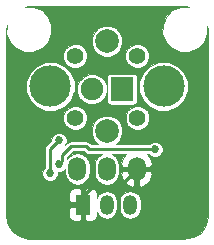
<source format=gbl>
%TF.GenerationSoftware,KiCad,Pcbnew,4.0.7-e2-6376~58~ubuntu16.04.1*%
%TF.CreationDate,2018-01-20T15:47:02+01:00*%
%TF.ProjectId,BasicModule,42617369634D6F64756C652E6B696361,rev?*%
%TF.FileFunction,Copper,L2,Bot,Signal*%
%FSLAX46Y46*%
G04 Gerber Fmt 4.6, Leading zero omitted, Abs format (unit mm)*
G04 Created by KiCad (PCBNEW 4.0.7-e2-6376~58~ubuntu16.04.1) date Sat Jan 20 15:47:02 2018*
%MOMM*%
%LPD*%
G01*
G04 APERTURE LIST*
%ADD10C,0.100000*%
%ADD11R,1.200000X1.700000*%
%ADD12O,1.200000X1.700000*%
%ADD13C,1.407160*%
%ADD14C,2.000000*%
%ADD15O,1.500000X2.000000*%
%ADD16C,3.500000*%
%ADD17R,1.900000X2.000000*%
%ADD18C,1.900000*%
%ADD19C,0.685800*%
%ADD20C,0.254000*%
G04 APERTURE END LIST*
D10*
D11*
X6985000Y-17145000D03*
D12*
X8985000Y-17145000D03*
X10985000Y-17145000D03*
D13*
X6334760Y-9794240D03*
X6329680Y-4538980D03*
X11590020Y-4551680D03*
X11595100Y-9806940D03*
D14*
X9017000Y-10911840D03*
X9017000Y-3312160D03*
D15*
X6517000Y-14112000D03*
X9017000Y-14112000D03*
X11517000Y-14112000D03*
D16*
X4217000Y-7112000D03*
X13817000Y-7112000D03*
D17*
X10287000Y-7366000D03*
D18*
X7747000Y-7366000D03*
D19*
X13081000Y-12446000D03*
X4953000Y-13716000D03*
X4191000Y-14478000D03*
X4953000Y-11684000D03*
D20*
X6985000Y-17145000D02*
X6985000Y-16383000D01*
X6985000Y-16383000D02*
X7747000Y-15621000D01*
X7747000Y-15621000D02*
X10008000Y-15621000D01*
X10008000Y-15621000D02*
X11517000Y-14112000D01*
X7493000Y-12446000D02*
X13081000Y-12446000D01*
X7239000Y-12192000D02*
X7493000Y-12446000D01*
X5969000Y-12192000D02*
X7239000Y-12192000D01*
X5207000Y-12954000D02*
X5969000Y-12192000D01*
X5207000Y-13462000D02*
X5207000Y-12954000D01*
X4953000Y-13716000D02*
X5207000Y-13462000D01*
X4191000Y-12446000D02*
X4191000Y-14478000D01*
X4953000Y-11684000D02*
X4191000Y-12446000D01*
D10*
G36*
X15935874Y-382274D02*
X15243932Y-381670D01*
X14543879Y-670926D01*
X14007808Y-1206062D01*
X13717331Y-1905609D01*
X13716670Y-2663068D01*
X14005926Y-3363121D01*
X14541062Y-3899192D01*
X15240609Y-4189669D01*
X15998068Y-4190330D01*
X16698121Y-3901074D01*
X17234192Y-3365938D01*
X17524669Y-2666391D01*
X17525273Y-1973877D01*
X17593500Y-2316876D01*
X17593500Y-18121314D01*
X17396318Y-18887633D01*
X16934509Y-19502038D01*
X16272728Y-19892949D01*
X15471888Y-20006500D01*
X2325686Y-20006500D01*
X1559367Y-19809318D01*
X944962Y-19347509D01*
X554051Y-18685728D01*
X440500Y-17884888D01*
X440500Y-17488500D01*
X5827000Y-17488500D01*
X5827000Y-18105993D01*
X5911951Y-18311082D01*
X6068918Y-18468050D01*
X6274007Y-18553000D01*
X6641500Y-18553000D01*
X6781000Y-18413500D01*
X6781000Y-17349000D01*
X5966500Y-17349000D01*
X5827000Y-17488500D01*
X440500Y-17488500D01*
X440500Y-16184007D01*
X5827000Y-16184007D01*
X5827000Y-16801500D01*
X5966500Y-16941000D01*
X6781000Y-16941000D01*
X6781000Y-15876500D01*
X7189000Y-15876500D01*
X7189000Y-16941000D01*
X7209000Y-16941000D01*
X7209000Y-17349000D01*
X7189000Y-17349000D01*
X7189000Y-18413500D01*
X7328500Y-18553000D01*
X7695993Y-18553000D01*
X7901082Y-18468050D01*
X8058049Y-18311082D01*
X8143000Y-18105993D01*
X8143000Y-17729303D01*
X8149813Y-17763554D01*
X8345775Y-18056833D01*
X8639054Y-18252795D01*
X8985000Y-18321608D01*
X9330946Y-18252795D01*
X9624225Y-18056833D01*
X9820187Y-17763554D01*
X9889000Y-17417608D01*
X9889000Y-16872392D01*
X10081000Y-16872392D01*
X10081000Y-17417608D01*
X10149813Y-17763554D01*
X10345775Y-18056833D01*
X10639054Y-18252795D01*
X10985000Y-18321608D01*
X11330946Y-18252795D01*
X11624225Y-18056833D01*
X11820187Y-17763554D01*
X11889000Y-17417608D01*
X11889000Y-16872392D01*
X11820187Y-16526446D01*
X11624225Y-16233167D01*
X11330946Y-16037205D01*
X10985000Y-15968392D01*
X10639054Y-16037205D01*
X10345775Y-16233167D01*
X10149813Y-16526446D01*
X10081000Y-16872392D01*
X9889000Y-16872392D01*
X9820187Y-16526446D01*
X9624225Y-16233167D01*
X9330946Y-16037205D01*
X8985000Y-15968392D01*
X8639054Y-16037205D01*
X8345775Y-16233167D01*
X8149813Y-16526446D01*
X8143000Y-16560697D01*
X8143000Y-16184007D01*
X8058049Y-15978918D01*
X7901082Y-15821950D01*
X7695993Y-15737000D01*
X7328500Y-15737000D01*
X7189000Y-15876500D01*
X6781000Y-15876500D01*
X6641500Y-15737000D01*
X6274007Y-15737000D01*
X6068918Y-15821950D01*
X5911951Y-15978918D01*
X5827000Y-16184007D01*
X440500Y-16184007D01*
X440500Y-14606112D01*
X3543987Y-14606112D01*
X3642265Y-14843961D01*
X3824082Y-15026096D01*
X4061759Y-15124788D01*
X4319112Y-15125013D01*
X4556961Y-15026735D01*
X4739096Y-14844918D01*
X4837788Y-14607241D01*
X4838002Y-14362800D01*
X5081112Y-14363013D01*
X5318961Y-14264735D01*
X5463000Y-14120947D01*
X5463000Y-14387547D01*
X5543231Y-14790895D01*
X5771709Y-15132838D01*
X6113652Y-15361316D01*
X6517000Y-15441547D01*
X6920348Y-15361316D01*
X7262291Y-15132838D01*
X7490769Y-14790895D01*
X7571000Y-14387547D01*
X7571000Y-13836453D01*
X7490769Y-13433105D01*
X7262291Y-13091162D01*
X6920348Y-12862684D01*
X6517000Y-12782453D01*
X6113652Y-12862684D01*
X5771709Y-13091162D01*
X5638000Y-13291273D01*
X5638000Y-13132526D01*
X6147526Y-12623000D01*
X7060474Y-12623000D01*
X7188237Y-12750763D01*
X7328063Y-12844192D01*
X7493000Y-12877000D01*
X8592226Y-12877000D01*
X8271709Y-13091162D01*
X8043231Y-13433105D01*
X7963000Y-13836453D01*
X7963000Y-14387547D01*
X8043231Y-14790895D01*
X8271709Y-15132838D01*
X8613652Y-15361316D01*
X9017000Y-15441547D01*
X9420348Y-15361316D01*
X9762291Y-15132838D01*
X9990769Y-14790895D01*
X10044306Y-14521742D01*
X10214374Y-14521742D01*
X10374661Y-15008076D01*
X10708859Y-15396051D01*
X11113399Y-15606175D01*
X11313000Y-15512555D01*
X11313000Y-14316000D01*
X11721000Y-14316000D01*
X11721000Y-15512555D01*
X11920601Y-15606175D01*
X12325141Y-15396051D01*
X12659339Y-15008076D01*
X12819626Y-14521742D01*
X12689078Y-14316000D01*
X11721000Y-14316000D01*
X11313000Y-14316000D01*
X10344922Y-14316000D01*
X10214374Y-14521742D01*
X10044306Y-14521742D01*
X10071000Y-14387547D01*
X10071000Y-13836453D01*
X9990769Y-13433105D01*
X9762291Y-13091162D01*
X9441774Y-12877000D01*
X10666607Y-12877000D01*
X10374661Y-13215924D01*
X10214374Y-13702258D01*
X10344922Y-13908000D01*
X11313000Y-13908000D01*
X11313000Y-13888000D01*
X11721000Y-13888000D01*
X11721000Y-13908000D01*
X12689078Y-13908000D01*
X12819626Y-13702258D01*
X12659339Y-13215924D01*
X12367393Y-12877000D01*
X12597190Y-12877000D01*
X12714082Y-12994096D01*
X12951759Y-13092788D01*
X13209112Y-13093013D01*
X13446961Y-12994735D01*
X13629096Y-12812918D01*
X13727788Y-12575241D01*
X13728013Y-12317888D01*
X13629735Y-12080039D01*
X13447918Y-11897904D01*
X13210241Y-11799212D01*
X12952888Y-11798987D01*
X12715039Y-11897265D01*
X12597098Y-12015000D01*
X9757659Y-12015000D01*
X10121833Y-11651461D01*
X10320773Y-11172360D01*
X10321226Y-10653596D01*
X10123122Y-10174148D01*
X9955748Y-10006481D01*
X10587345Y-10006481D01*
X10740417Y-10376943D01*
X11023606Y-10660627D01*
X11393801Y-10814345D01*
X11794641Y-10814695D01*
X12165103Y-10661623D01*
X12448787Y-10378434D01*
X12602505Y-10008239D01*
X12602855Y-9607399D01*
X12449783Y-9236937D01*
X12166594Y-8953253D01*
X11796399Y-8799535D01*
X11395559Y-8799185D01*
X11025097Y-8952257D01*
X10741413Y-9235446D01*
X10587695Y-9605641D01*
X10587345Y-10006481D01*
X9955748Y-10006481D01*
X9756621Y-9807007D01*
X9277520Y-9608067D01*
X8758756Y-9607614D01*
X8279308Y-9805718D01*
X7912167Y-10172219D01*
X7713227Y-10651320D01*
X7712774Y-11170084D01*
X7910878Y-11649532D01*
X8275709Y-12015000D01*
X7671526Y-12015000D01*
X7543763Y-11887237D01*
X7403937Y-11793808D01*
X7239000Y-11761000D01*
X5969000Y-11761000D01*
X5804064Y-11793807D01*
X5664237Y-11887237D01*
X5501479Y-12049995D01*
X5599788Y-11813241D01*
X5600013Y-11555888D01*
X5501735Y-11318039D01*
X5319918Y-11135904D01*
X5082241Y-11037212D01*
X4824888Y-11036987D01*
X4587039Y-11135265D01*
X4404904Y-11317082D01*
X4306212Y-11554759D01*
X4306066Y-11721408D01*
X3886237Y-12141237D01*
X3792808Y-12281063D01*
X3760000Y-12446000D01*
X3760000Y-13994190D01*
X3642904Y-14111082D01*
X3544212Y-14348759D01*
X3543987Y-14606112D01*
X440500Y-14606112D01*
X440500Y-9993781D01*
X5327005Y-9993781D01*
X5480077Y-10364243D01*
X5763266Y-10647927D01*
X6133461Y-10801645D01*
X6534301Y-10801995D01*
X6904763Y-10648923D01*
X7188447Y-10365734D01*
X7342165Y-9995539D01*
X7342515Y-9594699D01*
X7189443Y-9224237D01*
X6906254Y-8940553D01*
X6536059Y-8786835D01*
X6135219Y-8786485D01*
X5764757Y-8939557D01*
X5481073Y-9222746D01*
X5327355Y-9592941D01*
X5327005Y-9993781D01*
X440500Y-9993781D01*
X440500Y-7518773D01*
X2162644Y-7518773D01*
X2474688Y-8273977D01*
X3051983Y-8852281D01*
X3806642Y-9165642D01*
X4623773Y-9166356D01*
X5378977Y-8854312D01*
X5957281Y-8277017D01*
X6232447Y-7614342D01*
X6492783Y-7614342D01*
X6683291Y-8075406D01*
X7035739Y-8428469D01*
X7496470Y-8619782D01*
X7995342Y-8620217D01*
X8456406Y-8429709D01*
X8809469Y-8077261D01*
X9000782Y-7616530D01*
X9001217Y-7117658D01*
X8810709Y-6656594D01*
X8520622Y-6366000D01*
X9027045Y-6366000D01*
X9027045Y-8366000D01*
X9048243Y-8478655D01*
X9114822Y-8582123D01*
X9216410Y-8651535D01*
X9337000Y-8675955D01*
X11237000Y-8675955D01*
X11349655Y-8654757D01*
X11453123Y-8588178D01*
X11522535Y-8486590D01*
X11546955Y-8366000D01*
X11546955Y-7518773D01*
X11762644Y-7518773D01*
X12074688Y-8273977D01*
X12651983Y-8852281D01*
X13406642Y-9165642D01*
X14223773Y-9166356D01*
X14978977Y-8854312D01*
X15557281Y-8277017D01*
X15870642Y-7522358D01*
X15871356Y-6705227D01*
X15559312Y-5950023D01*
X14982017Y-5371719D01*
X14227358Y-5058358D01*
X13410227Y-5057644D01*
X12655023Y-5369688D01*
X12076719Y-5946983D01*
X11763358Y-6701642D01*
X11762644Y-7518773D01*
X11546955Y-7518773D01*
X11546955Y-6366000D01*
X11525757Y-6253345D01*
X11459178Y-6149877D01*
X11357590Y-6080465D01*
X11237000Y-6056045D01*
X9337000Y-6056045D01*
X9224345Y-6077243D01*
X9120877Y-6143822D01*
X9051465Y-6245410D01*
X9027045Y-6366000D01*
X8520622Y-6366000D01*
X8458261Y-6303531D01*
X7997530Y-6112218D01*
X7498658Y-6111783D01*
X7037594Y-6302291D01*
X6684531Y-6654739D01*
X6493218Y-7115470D01*
X6492783Y-7614342D01*
X6232447Y-7614342D01*
X6270642Y-7522358D01*
X6271356Y-6705227D01*
X5959312Y-5950023D01*
X5382017Y-5371719D01*
X4627358Y-5058358D01*
X3810227Y-5057644D01*
X3055023Y-5369688D01*
X2476719Y-5946983D01*
X2163358Y-6701642D01*
X2162644Y-7518773D01*
X440500Y-7518773D01*
X440500Y-4738521D01*
X5321925Y-4738521D01*
X5474997Y-5108983D01*
X5758186Y-5392667D01*
X6128381Y-5546385D01*
X6529221Y-5546735D01*
X6899683Y-5393663D01*
X7183367Y-5110474D01*
X7332541Y-4751221D01*
X10582265Y-4751221D01*
X10735337Y-5121683D01*
X11018526Y-5405367D01*
X11388721Y-5559085D01*
X11789561Y-5559435D01*
X12160023Y-5406363D01*
X12443707Y-5123174D01*
X12597425Y-4752979D01*
X12597775Y-4352139D01*
X12444703Y-3981677D01*
X12161514Y-3697993D01*
X11791319Y-3544275D01*
X11390479Y-3543925D01*
X11020017Y-3696997D01*
X10736333Y-3980186D01*
X10582615Y-4350381D01*
X10582265Y-4751221D01*
X7332541Y-4751221D01*
X7337085Y-4740279D01*
X7337435Y-4339439D01*
X7184363Y-3968977D01*
X6901174Y-3685293D01*
X6624490Y-3570404D01*
X7712774Y-3570404D01*
X7910878Y-4049852D01*
X8277379Y-4416993D01*
X8756480Y-4615933D01*
X9275244Y-4616386D01*
X9754692Y-4418282D01*
X10121833Y-4051781D01*
X10320773Y-3572680D01*
X10321226Y-3053916D01*
X10123122Y-2574468D01*
X9756621Y-2207327D01*
X9277520Y-2008387D01*
X8758756Y-2007934D01*
X8279308Y-2206038D01*
X7912167Y-2572539D01*
X7713227Y-3051640D01*
X7712774Y-3570404D01*
X6624490Y-3570404D01*
X6530979Y-3531575D01*
X6130139Y-3531225D01*
X5759677Y-3684297D01*
X5475993Y-3967486D01*
X5322275Y-4337681D01*
X5321925Y-4738521D01*
X440500Y-4738521D01*
X440500Y-2435112D01*
X509292Y-1949943D01*
X508670Y-2663068D01*
X797926Y-3363121D01*
X1333062Y-3899192D01*
X2032609Y-4189669D01*
X2790068Y-4190330D01*
X3490121Y-3901074D01*
X4026192Y-3365938D01*
X4316669Y-2666391D01*
X4317330Y-1908932D01*
X4028074Y-1208879D01*
X3492938Y-672808D01*
X2793391Y-382331D01*
X2060670Y-381692D01*
X2325686Y-313500D01*
X15590124Y-313500D01*
X15935874Y-382274D01*
X15935874Y-382274D01*
G37*
X15935874Y-382274D02*
X15243932Y-381670D01*
X14543879Y-670926D01*
X14007808Y-1206062D01*
X13717331Y-1905609D01*
X13716670Y-2663068D01*
X14005926Y-3363121D01*
X14541062Y-3899192D01*
X15240609Y-4189669D01*
X15998068Y-4190330D01*
X16698121Y-3901074D01*
X17234192Y-3365938D01*
X17524669Y-2666391D01*
X17525273Y-1973877D01*
X17593500Y-2316876D01*
X17593500Y-18121314D01*
X17396318Y-18887633D01*
X16934509Y-19502038D01*
X16272728Y-19892949D01*
X15471888Y-20006500D01*
X2325686Y-20006500D01*
X1559367Y-19809318D01*
X944962Y-19347509D01*
X554051Y-18685728D01*
X440500Y-17884888D01*
X440500Y-17488500D01*
X5827000Y-17488500D01*
X5827000Y-18105993D01*
X5911951Y-18311082D01*
X6068918Y-18468050D01*
X6274007Y-18553000D01*
X6641500Y-18553000D01*
X6781000Y-18413500D01*
X6781000Y-17349000D01*
X5966500Y-17349000D01*
X5827000Y-17488500D01*
X440500Y-17488500D01*
X440500Y-16184007D01*
X5827000Y-16184007D01*
X5827000Y-16801500D01*
X5966500Y-16941000D01*
X6781000Y-16941000D01*
X6781000Y-15876500D01*
X7189000Y-15876500D01*
X7189000Y-16941000D01*
X7209000Y-16941000D01*
X7209000Y-17349000D01*
X7189000Y-17349000D01*
X7189000Y-18413500D01*
X7328500Y-18553000D01*
X7695993Y-18553000D01*
X7901082Y-18468050D01*
X8058049Y-18311082D01*
X8143000Y-18105993D01*
X8143000Y-17729303D01*
X8149813Y-17763554D01*
X8345775Y-18056833D01*
X8639054Y-18252795D01*
X8985000Y-18321608D01*
X9330946Y-18252795D01*
X9624225Y-18056833D01*
X9820187Y-17763554D01*
X9889000Y-17417608D01*
X9889000Y-16872392D01*
X10081000Y-16872392D01*
X10081000Y-17417608D01*
X10149813Y-17763554D01*
X10345775Y-18056833D01*
X10639054Y-18252795D01*
X10985000Y-18321608D01*
X11330946Y-18252795D01*
X11624225Y-18056833D01*
X11820187Y-17763554D01*
X11889000Y-17417608D01*
X11889000Y-16872392D01*
X11820187Y-16526446D01*
X11624225Y-16233167D01*
X11330946Y-16037205D01*
X10985000Y-15968392D01*
X10639054Y-16037205D01*
X10345775Y-16233167D01*
X10149813Y-16526446D01*
X10081000Y-16872392D01*
X9889000Y-16872392D01*
X9820187Y-16526446D01*
X9624225Y-16233167D01*
X9330946Y-16037205D01*
X8985000Y-15968392D01*
X8639054Y-16037205D01*
X8345775Y-16233167D01*
X8149813Y-16526446D01*
X8143000Y-16560697D01*
X8143000Y-16184007D01*
X8058049Y-15978918D01*
X7901082Y-15821950D01*
X7695993Y-15737000D01*
X7328500Y-15737000D01*
X7189000Y-15876500D01*
X6781000Y-15876500D01*
X6641500Y-15737000D01*
X6274007Y-15737000D01*
X6068918Y-15821950D01*
X5911951Y-15978918D01*
X5827000Y-16184007D01*
X440500Y-16184007D01*
X440500Y-14606112D01*
X3543987Y-14606112D01*
X3642265Y-14843961D01*
X3824082Y-15026096D01*
X4061759Y-15124788D01*
X4319112Y-15125013D01*
X4556961Y-15026735D01*
X4739096Y-14844918D01*
X4837788Y-14607241D01*
X4838002Y-14362800D01*
X5081112Y-14363013D01*
X5318961Y-14264735D01*
X5463000Y-14120947D01*
X5463000Y-14387547D01*
X5543231Y-14790895D01*
X5771709Y-15132838D01*
X6113652Y-15361316D01*
X6517000Y-15441547D01*
X6920348Y-15361316D01*
X7262291Y-15132838D01*
X7490769Y-14790895D01*
X7571000Y-14387547D01*
X7571000Y-13836453D01*
X7490769Y-13433105D01*
X7262291Y-13091162D01*
X6920348Y-12862684D01*
X6517000Y-12782453D01*
X6113652Y-12862684D01*
X5771709Y-13091162D01*
X5638000Y-13291273D01*
X5638000Y-13132526D01*
X6147526Y-12623000D01*
X7060474Y-12623000D01*
X7188237Y-12750763D01*
X7328063Y-12844192D01*
X7493000Y-12877000D01*
X8592226Y-12877000D01*
X8271709Y-13091162D01*
X8043231Y-13433105D01*
X7963000Y-13836453D01*
X7963000Y-14387547D01*
X8043231Y-14790895D01*
X8271709Y-15132838D01*
X8613652Y-15361316D01*
X9017000Y-15441547D01*
X9420348Y-15361316D01*
X9762291Y-15132838D01*
X9990769Y-14790895D01*
X10044306Y-14521742D01*
X10214374Y-14521742D01*
X10374661Y-15008076D01*
X10708859Y-15396051D01*
X11113399Y-15606175D01*
X11313000Y-15512555D01*
X11313000Y-14316000D01*
X11721000Y-14316000D01*
X11721000Y-15512555D01*
X11920601Y-15606175D01*
X12325141Y-15396051D01*
X12659339Y-15008076D01*
X12819626Y-14521742D01*
X12689078Y-14316000D01*
X11721000Y-14316000D01*
X11313000Y-14316000D01*
X10344922Y-14316000D01*
X10214374Y-14521742D01*
X10044306Y-14521742D01*
X10071000Y-14387547D01*
X10071000Y-13836453D01*
X9990769Y-13433105D01*
X9762291Y-13091162D01*
X9441774Y-12877000D01*
X10666607Y-12877000D01*
X10374661Y-13215924D01*
X10214374Y-13702258D01*
X10344922Y-13908000D01*
X11313000Y-13908000D01*
X11313000Y-13888000D01*
X11721000Y-13888000D01*
X11721000Y-13908000D01*
X12689078Y-13908000D01*
X12819626Y-13702258D01*
X12659339Y-13215924D01*
X12367393Y-12877000D01*
X12597190Y-12877000D01*
X12714082Y-12994096D01*
X12951759Y-13092788D01*
X13209112Y-13093013D01*
X13446961Y-12994735D01*
X13629096Y-12812918D01*
X13727788Y-12575241D01*
X13728013Y-12317888D01*
X13629735Y-12080039D01*
X13447918Y-11897904D01*
X13210241Y-11799212D01*
X12952888Y-11798987D01*
X12715039Y-11897265D01*
X12597098Y-12015000D01*
X9757659Y-12015000D01*
X10121833Y-11651461D01*
X10320773Y-11172360D01*
X10321226Y-10653596D01*
X10123122Y-10174148D01*
X9955748Y-10006481D01*
X10587345Y-10006481D01*
X10740417Y-10376943D01*
X11023606Y-10660627D01*
X11393801Y-10814345D01*
X11794641Y-10814695D01*
X12165103Y-10661623D01*
X12448787Y-10378434D01*
X12602505Y-10008239D01*
X12602855Y-9607399D01*
X12449783Y-9236937D01*
X12166594Y-8953253D01*
X11796399Y-8799535D01*
X11395559Y-8799185D01*
X11025097Y-8952257D01*
X10741413Y-9235446D01*
X10587695Y-9605641D01*
X10587345Y-10006481D01*
X9955748Y-10006481D01*
X9756621Y-9807007D01*
X9277520Y-9608067D01*
X8758756Y-9607614D01*
X8279308Y-9805718D01*
X7912167Y-10172219D01*
X7713227Y-10651320D01*
X7712774Y-11170084D01*
X7910878Y-11649532D01*
X8275709Y-12015000D01*
X7671526Y-12015000D01*
X7543763Y-11887237D01*
X7403937Y-11793808D01*
X7239000Y-11761000D01*
X5969000Y-11761000D01*
X5804064Y-11793807D01*
X5664237Y-11887237D01*
X5501479Y-12049995D01*
X5599788Y-11813241D01*
X5600013Y-11555888D01*
X5501735Y-11318039D01*
X5319918Y-11135904D01*
X5082241Y-11037212D01*
X4824888Y-11036987D01*
X4587039Y-11135265D01*
X4404904Y-11317082D01*
X4306212Y-11554759D01*
X4306066Y-11721408D01*
X3886237Y-12141237D01*
X3792808Y-12281063D01*
X3760000Y-12446000D01*
X3760000Y-13994190D01*
X3642904Y-14111082D01*
X3544212Y-14348759D01*
X3543987Y-14606112D01*
X440500Y-14606112D01*
X440500Y-9993781D01*
X5327005Y-9993781D01*
X5480077Y-10364243D01*
X5763266Y-10647927D01*
X6133461Y-10801645D01*
X6534301Y-10801995D01*
X6904763Y-10648923D01*
X7188447Y-10365734D01*
X7342165Y-9995539D01*
X7342515Y-9594699D01*
X7189443Y-9224237D01*
X6906254Y-8940553D01*
X6536059Y-8786835D01*
X6135219Y-8786485D01*
X5764757Y-8939557D01*
X5481073Y-9222746D01*
X5327355Y-9592941D01*
X5327005Y-9993781D01*
X440500Y-9993781D01*
X440500Y-7518773D01*
X2162644Y-7518773D01*
X2474688Y-8273977D01*
X3051983Y-8852281D01*
X3806642Y-9165642D01*
X4623773Y-9166356D01*
X5378977Y-8854312D01*
X5957281Y-8277017D01*
X6232447Y-7614342D01*
X6492783Y-7614342D01*
X6683291Y-8075406D01*
X7035739Y-8428469D01*
X7496470Y-8619782D01*
X7995342Y-8620217D01*
X8456406Y-8429709D01*
X8809469Y-8077261D01*
X9000782Y-7616530D01*
X9001217Y-7117658D01*
X8810709Y-6656594D01*
X8520622Y-6366000D01*
X9027045Y-6366000D01*
X9027045Y-8366000D01*
X9048243Y-8478655D01*
X9114822Y-8582123D01*
X9216410Y-8651535D01*
X9337000Y-8675955D01*
X11237000Y-8675955D01*
X11349655Y-8654757D01*
X11453123Y-8588178D01*
X11522535Y-8486590D01*
X11546955Y-8366000D01*
X11546955Y-7518773D01*
X11762644Y-7518773D01*
X12074688Y-8273977D01*
X12651983Y-8852281D01*
X13406642Y-9165642D01*
X14223773Y-9166356D01*
X14978977Y-8854312D01*
X15557281Y-8277017D01*
X15870642Y-7522358D01*
X15871356Y-6705227D01*
X15559312Y-5950023D01*
X14982017Y-5371719D01*
X14227358Y-5058358D01*
X13410227Y-5057644D01*
X12655023Y-5369688D01*
X12076719Y-5946983D01*
X11763358Y-6701642D01*
X11762644Y-7518773D01*
X11546955Y-7518773D01*
X11546955Y-6366000D01*
X11525757Y-6253345D01*
X11459178Y-6149877D01*
X11357590Y-6080465D01*
X11237000Y-6056045D01*
X9337000Y-6056045D01*
X9224345Y-6077243D01*
X9120877Y-6143822D01*
X9051465Y-6245410D01*
X9027045Y-6366000D01*
X8520622Y-6366000D01*
X8458261Y-6303531D01*
X7997530Y-6112218D01*
X7498658Y-6111783D01*
X7037594Y-6302291D01*
X6684531Y-6654739D01*
X6493218Y-7115470D01*
X6492783Y-7614342D01*
X6232447Y-7614342D01*
X6270642Y-7522358D01*
X6271356Y-6705227D01*
X5959312Y-5950023D01*
X5382017Y-5371719D01*
X4627358Y-5058358D01*
X3810227Y-5057644D01*
X3055023Y-5369688D01*
X2476719Y-5946983D01*
X2163358Y-6701642D01*
X2162644Y-7518773D01*
X440500Y-7518773D01*
X440500Y-4738521D01*
X5321925Y-4738521D01*
X5474997Y-5108983D01*
X5758186Y-5392667D01*
X6128381Y-5546385D01*
X6529221Y-5546735D01*
X6899683Y-5393663D01*
X7183367Y-5110474D01*
X7332541Y-4751221D01*
X10582265Y-4751221D01*
X10735337Y-5121683D01*
X11018526Y-5405367D01*
X11388721Y-5559085D01*
X11789561Y-5559435D01*
X12160023Y-5406363D01*
X12443707Y-5123174D01*
X12597425Y-4752979D01*
X12597775Y-4352139D01*
X12444703Y-3981677D01*
X12161514Y-3697993D01*
X11791319Y-3544275D01*
X11390479Y-3543925D01*
X11020017Y-3696997D01*
X10736333Y-3980186D01*
X10582615Y-4350381D01*
X10582265Y-4751221D01*
X7332541Y-4751221D01*
X7337085Y-4740279D01*
X7337435Y-4339439D01*
X7184363Y-3968977D01*
X6901174Y-3685293D01*
X6624490Y-3570404D01*
X7712774Y-3570404D01*
X7910878Y-4049852D01*
X8277379Y-4416993D01*
X8756480Y-4615933D01*
X9275244Y-4616386D01*
X9754692Y-4418282D01*
X10121833Y-4051781D01*
X10320773Y-3572680D01*
X10321226Y-3053916D01*
X10123122Y-2574468D01*
X9756621Y-2207327D01*
X9277520Y-2008387D01*
X8758756Y-2007934D01*
X8279308Y-2206038D01*
X7912167Y-2572539D01*
X7713227Y-3051640D01*
X7712774Y-3570404D01*
X6624490Y-3570404D01*
X6530979Y-3531575D01*
X6130139Y-3531225D01*
X5759677Y-3684297D01*
X5475993Y-3967486D01*
X5322275Y-4337681D01*
X5321925Y-4738521D01*
X440500Y-4738521D01*
X440500Y-2435112D01*
X509292Y-1949943D01*
X508670Y-2663068D01*
X797926Y-3363121D01*
X1333062Y-3899192D01*
X2032609Y-4189669D01*
X2790068Y-4190330D01*
X3490121Y-3901074D01*
X4026192Y-3365938D01*
X4316669Y-2666391D01*
X4317330Y-1908932D01*
X4028074Y-1208879D01*
X3492938Y-672808D01*
X2793391Y-382331D01*
X2060670Y-381692D01*
X2325686Y-313500D01*
X15590124Y-313500D01*
X15935874Y-382274D01*
M02*

</source>
